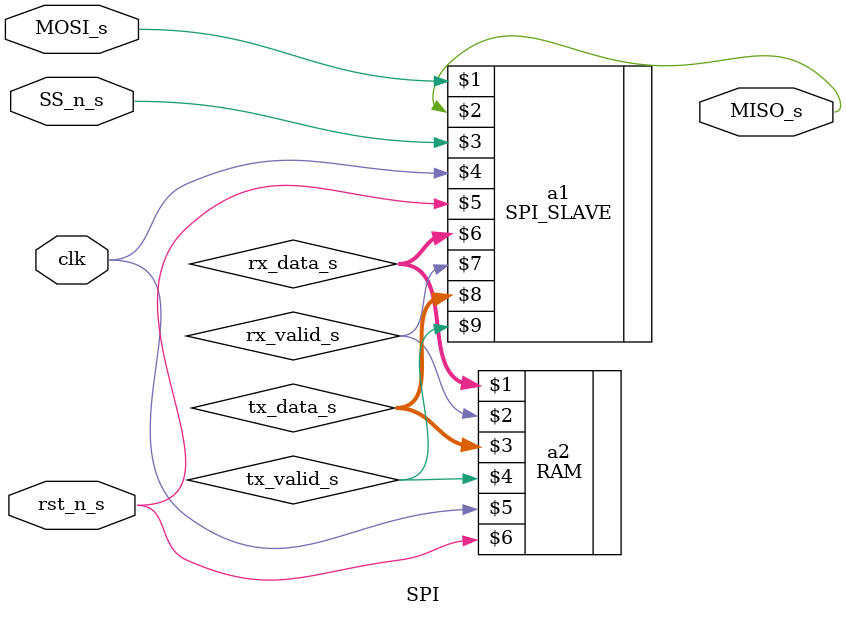
<source format=v>
module SPI (MOSI_s,MISO_s,SS_n_s,clk,rst_n_s);
input MOSI_s,SS_n_s,clk,rst_n_s ;
output MISO_s ;
wire [9:0] rx_data_s ;
wire [7:0] tx_data_s ;
wire  rx_valid_s,tx_valid_s ;
SPI_SLAVE a1(MOSI_s,MISO_s,SS_n_s,clk,rst_n_s,rx_data_s,rx_valid_s,tx_data_s,tx_valid_s) ;
RAM a2(rx_data_s,rx_valid_s,tx_data_s,tx_valid_s,clk,rst_n_s) ;
  
endmodule

</source>
